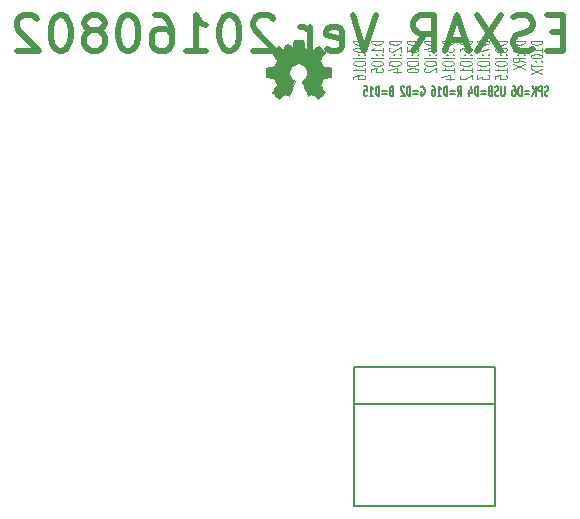
<source format=gbr>
G04 #@! TF.FileFunction,Legend,Bot*
%FSLAX46Y46*%
G04 Gerber Fmt 4.6, Leading zero omitted, Abs format (unit mm)*
G04 Created by KiCad (PCBNEW 4.0.2+dfsg1-stable) date 2016年08月02日 19時37分39秒*
%MOMM*%
G01*
G04 APERTURE LIST*
%ADD10C,0.100000*%
%ADD11C,0.500000*%
%ADD12C,0.132500*%
%ADD13C,0.150000*%
%ADD14C,0.002540*%
G04 APERTURE END LIST*
D10*
X168212381Y-113172857D02*
X167212381Y-113172857D01*
X167212381Y-113315714D01*
X167260000Y-113401429D01*
X167355238Y-113458571D01*
X167450476Y-113487143D01*
X167640952Y-113515714D01*
X167783810Y-113515714D01*
X167974286Y-113487143D01*
X168069524Y-113458571D01*
X168164762Y-113401429D01*
X168212381Y-113315714D01*
X168212381Y-113172857D01*
X167212381Y-113887143D02*
X167212381Y-113944286D01*
X167260000Y-114001429D01*
X167307619Y-114030000D01*
X167402857Y-114058571D01*
X167593333Y-114087143D01*
X167831429Y-114087143D01*
X168021905Y-114058571D01*
X168117143Y-114030000D01*
X168164762Y-114001429D01*
X168212381Y-113944286D01*
X168212381Y-113887143D01*
X168164762Y-113830000D01*
X168117143Y-113801429D01*
X168021905Y-113772857D01*
X167831429Y-113744286D01*
X167593333Y-113744286D01*
X167402857Y-113772857D01*
X167307619Y-113801429D01*
X167260000Y-113830000D01*
X167212381Y-113887143D01*
X168117143Y-114344286D02*
X168164762Y-114372858D01*
X168212381Y-114344286D01*
X168164762Y-114315715D01*
X168117143Y-114344286D01*
X168212381Y-114344286D01*
X167593333Y-114344286D02*
X167640952Y-114372858D01*
X167688571Y-114344286D01*
X167640952Y-114315715D01*
X167593333Y-114344286D01*
X167688571Y-114344286D01*
X168212381Y-114630000D02*
X167212381Y-114630000D01*
X167212381Y-115030000D02*
X167212381Y-115144286D01*
X167260000Y-115201428D01*
X167355238Y-115258571D01*
X167545714Y-115287143D01*
X167879048Y-115287143D01*
X168069524Y-115258571D01*
X168164762Y-115201428D01*
X168212381Y-115144286D01*
X168212381Y-115030000D01*
X168164762Y-114972857D01*
X168069524Y-114915714D01*
X167879048Y-114887143D01*
X167545714Y-114887143D01*
X167355238Y-114915714D01*
X167260000Y-114972857D01*
X167212381Y-115030000D01*
X168212381Y-115858571D02*
X168212381Y-115515714D01*
X168212381Y-115687142D02*
X167212381Y-115687142D01*
X167355238Y-115629999D01*
X167450476Y-115572857D01*
X167498095Y-115515714D01*
X167212381Y-116372857D02*
X167212381Y-116258571D01*
X167260000Y-116201428D01*
X167307619Y-116172857D01*
X167450476Y-116115714D01*
X167640952Y-116087143D01*
X168021905Y-116087143D01*
X168117143Y-116115714D01*
X168164762Y-116144286D01*
X168212381Y-116201428D01*
X168212381Y-116315714D01*
X168164762Y-116372857D01*
X168117143Y-116401428D01*
X168021905Y-116430000D01*
X167783810Y-116430000D01*
X167688571Y-116401428D01*
X167640952Y-116372857D01*
X167593333Y-116315714D01*
X167593333Y-116201428D01*
X167640952Y-116144286D01*
X167688571Y-116115714D01*
X167783810Y-116087143D01*
X169712381Y-113172857D02*
X168712381Y-113172857D01*
X168712381Y-113315714D01*
X168760000Y-113401429D01*
X168855238Y-113458571D01*
X168950476Y-113487143D01*
X169140952Y-113515714D01*
X169283810Y-113515714D01*
X169474286Y-113487143D01*
X169569524Y-113458571D01*
X169664762Y-113401429D01*
X169712381Y-113315714D01*
X169712381Y-113172857D01*
X169712381Y-114087143D02*
X169712381Y-113744286D01*
X169712381Y-113915714D02*
X168712381Y-113915714D01*
X168855238Y-113858571D01*
X168950476Y-113801429D01*
X168998095Y-113744286D01*
X169617143Y-114344286D02*
X169664762Y-114372858D01*
X169712381Y-114344286D01*
X169664762Y-114315715D01*
X169617143Y-114344286D01*
X169712381Y-114344286D01*
X169093333Y-114344286D02*
X169140952Y-114372858D01*
X169188571Y-114344286D01*
X169140952Y-114315715D01*
X169093333Y-114344286D01*
X169188571Y-114344286D01*
X169712381Y-114630000D02*
X168712381Y-114630000D01*
X168712381Y-115030000D02*
X168712381Y-115144286D01*
X168760000Y-115201428D01*
X168855238Y-115258571D01*
X169045714Y-115287143D01*
X169379048Y-115287143D01*
X169569524Y-115258571D01*
X169664762Y-115201428D01*
X169712381Y-115144286D01*
X169712381Y-115030000D01*
X169664762Y-114972857D01*
X169569524Y-114915714D01*
X169379048Y-114887143D01*
X169045714Y-114887143D01*
X168855238Y-114915714D01*
X168760000Y-114972857D01*
X168712381Y-115030000D01*
X168712381Y-115829999D02*
X168712381Y-115544285D01*
X169188571Y-115515714D01*
X169140952Y-115544285D01*
X169093333Y-115601428D01*
X169093333Y-115744285D01*
X169140952Y-115801428D01*
X169188571Y-115829999D01*
X169283810Y-115858571D01*
X169521905Y-115858571D01*
X169617143Y-115829999D01*
X169664762Y-115801428D01*
X169712381Y-115744285D01*
X169712381Y-115601428D01*
X169664762Y-115544285D01*
X169617143Y-115515714D01*
X171212381Y-113172857D02*
X170212381Y-113172857D01*
X170212381Y-113315714D01*
X170260000Y-113401429D01*
X170355238Y-113458571D01*
X170450476Y-113487143D01*
X170640952Y-113515714D01*
X170783810Y-113515714D01*
X170974286Y-113487143D01*
X171069524Y-113458571D01*
X171164762Y-113401429D01*
X171212381Y-113315714D01*
X171212381Y-113172857D01*
X170307619Y-113744286D02*
X170260000Y-113772857D01*
X170212381Y-113830000D01*
X170212381Y-113972857D01*
X170260000Y-114030000D01*
X170307619Y-114058571D01*
X170402857Y-114087143D01*
X170498095Y-114087143D01*
X170640952Y-114058571D01*
X171212381Y-113715714D01*
X171212381Y-114087143D01*
X171117143Y-114344286D02*
X171164762Y-114372858D01*
X171212381Y-114344286D01*
X171164762Y-114315715D01*
X171117143Y-114344286D01*
X171212381Y-114344286D01*
X170593333Y-114344286D02*
X170640952Y-114372858D01*
X170688571Y-114344286D01*
X170640952Y-114315715D01*
X170593333Y-114344286D01*
X170688571Y-114344286D01*
X171212381Y-114630000D02*
X170212381Y-114630000D01*
X170212381Y-115030000D02*
X170212381Y-115144286D01*
X170260000Y-115201428D01*
X170355238Y-115258571D01*
X170545714Y-115287143D01*
X170879048Y-115287143D01*
X171069524Y-115258571D01*
X171164762Y-115201428D01*
X171212381Y-115144286D01*
X171212381Y-115030000D01*
X171164762Y-114972857D01*
X171069524Y-114915714D01*
X170879048Y-114887143D01*
X170545714Y-114887143D01*
X170355238Y-114915714D01*
X170260000Y-114972857D01*
X170212381Y-115030000D01*
X170545714Y-115801428D02*
X171212381Y-115801428D01*
X170164762Y-115658571D02*
X170879048Y-115515714D01*
X170879048Y-115887142D01*
X172712381Y-113172857D02*
X171712381Y-113172857D01*
X171712381Y-113315714D01*
X171760000Y-113401429D01*
X171855238Y-113458571D01*
X171950476Y-113487143D01*
X172140952Y-113515714D01*
X172283810Y-113515714D01*
X172474286Y-113487143D01*
X172569524Y-113458571D01*
X172664762Y-113401429D01*
X172712381Y-113315714D01*
X172712381Y-113172857D01*
X171712381Y-113715714D02*
X171712381Y-114087143D01*
X172093333Y-113887143D01*
X172093333Y-113972857D01*
X172140952Y-114030000D01*
X172188571Y-114058571D01*
X172283810Y-114087143D01*
X172521905Y-114087143D01*
X172617143Y-114058571D01*
X172664762Y-114030000D01*
X172712381Y-113972857D01*
X172712381Y-113801429D01*
X172664762Y-113744286D01*
X172617143Y-113715714D01*
X172617143Y-114344286D02*
X172664762Y-114372858D01*
X172712381Y-114344286D01*
X172664762Y-114315715D01*
X172617143Y-114344286D01*
X172712381Y-114344286D01*
X172093333Y-114344286D02*
X172140952Y-114372858D01*
X172188571Y-114344286D01*
X172140952Y-114315715D01*
X172093333Y-114344286D01*
X172188571Y-114344286D01*
X172712381Y-114630000D02*
X171712381Y-114630000D01*
X171712381Y-115030000D02*
X171712381Y-115144286D01*
X171760000Y-115201428D01*
X171855238Y-115258571D01*
X172045714Y-115287143D01*
X172379048Y-115287143D01*
X172569524Y-115258571D01*
X172664762Y-115201428D01*
X172712381Y-115144286D01*
X172712381Y-115030000D01*
X172664762Y-114972857D01*
X172569524Y-114915714D01*
X172379048Y-114887143D01*
X172045714Y-114887143D01*
X171855238Y-114915714D01*
X171760000Y-114972857D01*
X171712381Y-115030000D01*
X171712381Y-115658571D02*
X171712381Y-115715714D01*
X171760000Y-115772857D01*
X171807619Y-115801428D01*
X171902857Y-115829999D01*
X172093333Y-115858571D01*
X172331429Y-115858571D01*
X172521905Y-115829999D01*
X172617143Y-115801428D01*
X172664762Y-115772857D01*
X172712381Y-115715714D01*
X172712381Y-115658571D01*
X172664762Y-115601428D01*
X172617143Y-115572857D01*
X172521905Y-115544285D01*
X172331429Y-115515714D01*
X172093333Y-115515714D01*
X171902857Y-115544285D01*
X171807619Y-115572857D01*
X171760000Y-115601428D01*
X171712381Y-115658571D01*
X174212381Y-113172857D02*
X173212381Y-113172857D01*
X173212381Y-113315714D01*
X173260000Y-113401429D01*
X173355238Y-113458571D01*
X173450476Y-113487143D01*
X173640952Y-113515714D01*
X173783810Y-113515714D01*
X173974286Y-113487143D01*
X174069524Y-113458571D01*
X174164762Y-113401429D01*
X174212381Y-113315714D01*
X174212381Y-113172857D01*
X173545714Y-114030000D02*
X174212381Y-114030000D01*
X173164762Y-113887143D02*
X173879048Y-113744286D01*
X173879048Y-114115714D01*
X174117143Y-114344286D02*
X174164762Y-114372858D01*
X174212381Y-114344286D01*
X174164762Y-114315715D01*
X174117143Y-114344286D01*
X174212381Y-114344286D01*
X173593333Y-114344286D02*
X173640952Y-114372858D01*
X173688571Y-114344286D01*
X173640952Y-114315715D01*
X173593333Y-114344286D01*
X173688571Y-114344286D01*
X174212381Y-114630000D02*
X173212381Y-114630000D01*
X173212381Y-115030000D02*
X173212381Y-115144286D01*
X173260000Y-115201428D01*
X173355238Y-115258571D01*
X173545714Y-115287143D01*
X173879048Y-115287143D01*
X174069524Y-115258571D01*
X174164762Y-115201428D01*
X174212381Y-115144286D01*
X174212381Y-115030000D01*
X174164762Y-114972857D01*
X174069524Y-114915714D01*
X173879048Y-114887143D01*
X173545714Y-114887143D01*
X173355238Y-114915714D01*
X173260000Y-114972857D01*
X173212381Y-115030000D01*
X173307619Y-115515714D02*
X173260000Y-115544285D01*
X173212381Y-115601428D01*
X173212381Y-115744285D01*
X173260000Y-115801428D01*
X173307619Y-115829999D01*
X173402857Y-115858571D01*
X173498095Y-115858571D01*
X173640952Y-115829999D01*
X174212381Y-115487142D01*
X174212381Y-115858571D01*
X175712381Y-113172857D02*
X174712381Y-113172857D01*
X174712381Y-113315714D01*
X174760000Y-113401429D01*
X174855238Y-113458571D01*
X174950476Y-113487143D01*
X175140952Y-113515714D01*
X175283810Y-113515714D01*
X175474286Y-113487143D01*
X175569524Y-113458571D01*
X175664762Y-113401429D01*
X175712381Y-113315714D01*
X175712381Y-113172857D01*
X174712381Y-114058571D02*
X174712381Y-113772857D01*
X175188571Y-113744286D01*
X175140952Y-113772857D01*
X175093333Y-113830000D01*
X175093333Y-113972857D01*
X175140952Y-114030000D01*
X175188571Y-114058571D01*
X175283810Y-114087143D01*
X175521905Y-114087143D01*
X175617143Y-114058571D01*
X175664762Y-114030000D01*
X175712381Y-113972857D01*
X175712381Y-113830000D01*
X175664762Y-113772857D01*
X175617143Y-113744286D01*
X175617143Y-114344286D02*
X175664762Y-114372858D01*
X175712381Y-114344286D01*
X175664762Y-114315715D01*
X175617143Y-114344286D01*
X175712381Y-114344286D01*
X175093333Y-114344286D02*
X175140952Y-114372858D01*
X175188571Y-114344286D01*
X175140952Y-114315715D01*
X175093333Y-114344286D01*
X175188571Y-114344286D01*
X175712381Y-114630000D02*
X174712381Y-114630000D01*
X174712381Y-115030000D02*
X174712381Y-115144286D01*
X174760000Y-115201428D01*
X174855238Y-115258571D01*
X175045714Y-115287143D01*
X175379048Y-115287143D01*
X175569524Y-115258571D01*
X175664762Y-115201428D01*
X175712381Y-115144286D01*
X175712381Y-115030000D01*
X175664762Y-114972857D01*
X175569524Y-114915714D01*
X175379048Y-114887143D01*
X175045714Y-114887143D01*
X174855238Y-114915714D01*
X174760000Y-114972857D01*
X174712381Y-115030000D01*
X175712381Y-115858571D02*
X175712381Y-115515714D01*
X175712381Y-115687142D02*
X174712381Y-115687142D01*
X174855238Y-115629999D01*
X174950476Y-115572857D01*
X174998095Y-115515714D01*
X175045714Y-116372857D02*
X175712381Y-116372857D01*
X174664762Y-116230000D02*
X175379048Y-116087143D01*
X175379048Y-116458571D01*
X177212381Y-113172857D02*
X176212381Y-113172857D01*
X176212381Y-113315714D01*
X176260000Y-113401429D01*
X176355238Y-113458571D01*
X176450476Y-113487143D01*
X176640952Y-113515714D01*
X176783810Y-113515714D01*
X176974286Y-113487143D01*
X177069524Y-113458571D01*
X177164762Y-113401429D01*
X177212381Y-113315714D01*
X177212381Y-113172857D01*
X176212381Y-114030000D02*
X176212381Y-113915714D01*
X176260000Y-113858571D01*
X176307619Y-113830000D01*
X176450476Y-113772857D01*
X176640952Y-113744286D01*
X177021905Y-113744286D01*
X177117143Y-113772857D01*
X177164762Y-113801429D01*
X177212381Y-113858571D01*
X177212381Y-113972857D01*
X177164762Y-114030000D01*
X177117143Y-114058571D01*
X177021905Y-114087143D01*
X176783810Y-114087143D01*
X176688571Y-114058571D01*
X176640952Y-114030000D01*
X176593333Y-113972857D01*
X176593333Y-113858571D01*
X176640952Y-113801429D01*
X176688571Y-113772857D01*
X176783810Y-113744286D01*
X177117143Y-114344286D02*
X177164762Y-114372858D01*
X177212381Y-114344286D01*
X177164762Y-114315715D01*
X177117143Y-114344286D01*
X177212381Y-114344286D01*
X176593333Y-114344286D02*
X176640952Y-114372858D01*
X176688571Y-114344286D01*
X176640952Y-114315715D01*
X176593333Y-114344286D01*
X176688571Y-114344286D01*
X177212381Y-114630000D02*
X176212381Y-114630000D01*
X176212381Y-115030000D02*
X176212381Y-115144286D01*
X176260000Y-115201428D01*
X176355238Y-115258571D01*
X176545714Y-115287143D01*
X176879048Y-115287143D01*
X177069524Y-115258571D01*
X177164762Y-115201428D01*
X177212381Y-115144286D01*
X177212381Y-115030000D01*
X177164762Y-114972857D01*
X177069524Y-114915714D01*
X176879048Y-114887143D01*
X176545714Y-114887143D01*
X176355238Y-114915714D01*
X176260000Y-114972857D01*
X176212381Y-115030000D01*
X177212381Y-115858571D02*
X177212381Y-115515714D01*
X177212381Y-115687142D02*
X176212381Y-115687142D01*
X176355238Y-115629999D01*
X176450476Y-115572857D01*
X176498095Y-115515714D01*
X176307619Y-116087143D02*
X176260000Y-116115714D01*
X176212381Y-116172857D01*
X176212381Y-116315714D01*
X176260000Y-116372857D01*
X176307619Y-116401428D01*
X176402857Y-116430000D01*
X176498095Y-116430000D01*
X176640952Y-116401428D01*
X177212381Y-116058571D01*
X177212381Y-116430000D01*
X178712381Y-113172857D02*
X177712381Y-113172857D01*
X177712381Y-113315714D01*
X177760000Y-113401429D01*
X177855238Y-113458571D01*
X177950476Y-113487143D01*
X178140952Y-113515714D01*
X178283810Y-113515714D01*
X178474286Y-113487143D01*
X178569524Y-113458571D01*
X178664762Y-113401429D01*
X178712381Y-113315714D01*
X178712381Y-113172857D01*
X177712381Y-113715714D02*
X177712381Y-114115714D01*
X178712381Y-113858571D01*
X178617143Y-114344286D02*
X178664762Y-114372858D01*
X178712381Y-114344286D01*
X178664762Y-114315715D01*
X178617143Y-114344286D01*
X178712381Y-114344286D01*
X178093333Y-114344286D02*
X178140952Y-114372858D01*
X178188571Y-114344286D01*
X178140952Y-114315715D01*
X178093333Y-114344286D01*
X178188571Y-114344286D01*
X178712381Y-114630000D02*
X177712381Y-114630000D01*
X177712381Y-115030000D02*
X177712381Y-115144286D01*
X177760000Y-115201428D01*
X177855238Y-115258571D01*
X178045714Y-115287143D01*
X178379048Y-115287143D01*
X178569524Y-115258571D01*
X178664762Y-115201428D01*
X178712381Y-115144286D01*
X178712381Y-115030000D01*
X178664762Y-114972857D01*
X178569524Y-114915714D01*
X178379048Y-114887143D01*
X178045714Y-114887143D01*
X177855238Y-114915714D01*
X177760000Y-114972857D01*
X177712381Y-115030000D01*
X178712381Y-115858571D02*
X178712381Y-115515714D01*
X178712381Y-115687142D02*
X177712381Y-115687142D01*
X177855238Y-115629999D01*
X177950476Y-115572857D01*
X177998095Y-115515714D01*
X177712381Y-116058571D02*
X177712381Y-116430000D01*
X178093333Y-116230000D01*
X178093333Y-116315714D01*
X178140952Y-116372857D01*
X178188571Y-116401428D01*
X178283810Y-116430000D01*
X178521905Y-116430000D01*
X178617143Y-116401428D01*
X178664762Y-116372857D01*
X178712381Y-116315714D01*
X178712381Y-116144286D01*
X178664762Y-116087143D01*
X178617143Y-116058571D01*
X180212381Y-113172857D02*
X179212381Y-113172857D01*
X179212381Y-113315714D01*
X179260000Y-113401429D01*
X179355238Y-113458571D01*
X179450476Y-113487143D01*
X179640952Y-113515714D01*
X179783810Y-113515714D01*
X179974286Y-113487143D01*
X180069524Y-113458571D01*
X180164762Y-113401429D01*
X180212381Y-113315714D01*
X180212381Y-113172857D01*
X179640952Y-113858571D02*
X179593333Y-113801429D01*
X179545714Y-113772857D01*
X179450476Y-113744286D01*
X179402857Y-113744286D01*
X179307619Y-113772857D01*
X179260000Y-113801429D01*
X179212381Y-113858571D01*
X179212381Y-113972857D01*
X179260000Y-114030000D01*
X179307619Y-114058571D01*
X179402857Y-114087143D01*
X179450476Y-114087143D01*
X179545714Y-114058571D01*
X179593333Y-114030000D01*
X179640952Y-113972857D01*
X179640952Y-113858571D01*
X179688571Y-113801429D01*
X179736190Y-113772857D01*
X179831429Y-113744286D01*
X180021905Y-113744286D01*
X180117143Y-113772857D01*
X180164762Y-113801429D01*
X180212381Y-113858571D01*
X180212381Y-113972857D01*
X180164762Y-114030000D01*
X180117143Y-114058571D01*
X180021905Y-114087143D01*
X179831429Y-114087143D01*
X179736190Y-114058571D01*
X179688571Y-114030000D01*
X179640952Y-113972857D01*
X180117143Y-114344286D02*
X180164762Y-114372858D01*
X180212381Y-114344286D01*
X180164762Y-114315715D01*
X180117143Y-114344286D01*
X180212381Y-114344286D01*
X179593333Y-114344286D02*
X179640952Y-114372858D01*
X179688571Y-114344286D01*
X179640952Y-114315715D01*
X179593333Y-114344286D01*
X179688571Y-114344286D01*
X180212381Y-114630000D02*
X179212381Y-114630000D01*
X179212381Y-115030000D02*
X179212381Y-115144286D01*
X179260000Y-115201428D01*
X179355238Y-115258571D01*
X179545714Y-115287143D01*
X179879048Y-115287143D01*
X180069524Y-115258571D01*
X180164762Y-115201428D01*
X180212381Y-115144286D01*
X180212381Y-115030000D01*
X180164762Y-114972857D01*
X180069524Y-114915714D01*
X179879048Y-114887143D01*
X179545714Y-114887143D01*
X179355238Y-114915714D01*
X179260000Y-114972857D01*
X179212381Y-115030000D01*
X180212381Y-115858571D02*
X180212381Y-115515714D01*
X180212381Y-115687142D02*
X179212381Y-115687142D01*
X179355238Y-115629999D01*
X179450476Y-115572857D01*
X179498095Y-115515714D01*
X179212381Y-116401428D02*
X179212381Y-116115714D01*
X179688571Y-116087143D01*
X179640952Y-116115714D01*
X179593333Y-116172857D01*
X179593333Y-116315714D01*
X179640952Y-116372857D01*
X179688571Y-116401428D01*
X179783810Y-116430000D01*
X180021905Y-116430000D01*
X180117143Y-116401428D01*
X180164762Y-116372857D01*
X180212381Y-116315714D01*
X180212381Y-116172857D01*
X180164762Y-116115714D01*
X180117143Y-116087143D01*
X181712381Y-113172857D02*
X180712381Y-113172857D01*
X180712381Y-113315714D01*
X180760000Y-113401429D01*
X180855238Y-113458571D01*
X180950476Y-113487143D01*
X181140952Y-113515714D01*
X181283810Y-113515714D01*
X181474286Y-113487143D01*
X181569524Y-113458571D01*
X181664762Y-113401429D01*
X181712381Y-113315714D01*
X181712381Y-113172857D01*
X181712381Y-113801429D02*
X181712381Y-113915714D01*
X181664762Y-113972857D01*
X181617143Y-114001429D01*
X181474286Y-114058571D01*
X181283810Y-114087143D01*
X180902857Y-114087143D01*
X180807619Y-114058571D01*
X180760000Y-114030000D01*
X180712381Y-113972857D01*
X180712381Y-113858571D01*
X180760000Y-113801429D01*
X180807619Y-113772857D01*
X180902857Y-113744286D01*
X181140952Y-113744286D01*
X181236190Y-113772857D01*
X181283810Y-113801429D01*
X181331429Y-113858571D01*
X181331429Y-113972857D01*
X181283810Y-114030000D01*
X181236190Y-114058571D01*
X181140952Y-114087143D01*
X181617143Y-114344286D02*
X181664762Y-114372858D01*
X181712381Y-114344286D01*
X181664762Y-114315715D01*
X181617143Y-114344286D01*
X181712381Y-114344286D01*
X181093333Y-114344286D02*
X181140952Y-114372858D01*
X181188571Y-114344286D01*
X181140952Y-114315715D01*
X181093333Y-114344286D01*
X181188571Y-114344286D01*
X181712381Y-114972857D02*
X181236190Y-114772857D01*
X181712381Y-114630000D02*
X180712381Y-114630000D01*
X180712381Y-114858572D01*
X180760000Y-114915714D01*
X180807619Y-114944286D01*
X180902857Y-114972857D01*
X181045714Y-114972857D01*
X181140952Y-114944286D01*
X181188571Y-114915714D01*
X181236190Y-114858572D01*
X181236190Y-114630000D01*
X180712381Y-115172857D02*
X181712381Y-115572857D01*
X180712381Y-115572857D02*
X181712381Y-115172857D01*
X183212381Y-113172857D02*
X182212381Y-113172857D01*
X182212381Y-113315714D01*
X182260000Y-113401429D01*
X182355238Y-113458571D01*
X182450476Y-113487143D01*
X182640952Y-113515714D01*
X182783810Y-113515714D01*
X182974286Y-113487143D01*
X183069524Y-113458571D01*
X183164762Y-113401429D01*
X183212381Y-113315714D01*
X183212381Y-113172857D01*
X183212381Y-114087143D02*
X183212381Y-113744286D01*
X183212381Y-113915714D02*
X182212381Y-113915714D01*
X182355238Y-113858571D01*
X182450476Y-113801429D01*
X182498095Y-113744286D01*
X182212381Y-114458572D02*
X182212381Y-114515715D01*
X182260000Y-114572858D01*
X182307619Y-114601429D01*
X182402857Y-114630000D01*
X182593333Y-114658572D01*
X182831429Y-114658572D01*
X183021905Y-114630000D01*
X183117143Y-114601429D01*
X183164762Y-114572858D01*
X183212381Y-114515715D01*
X183212381Y-114458572D01*
X183164762Y-114401429D01*
X183117143Y-114372858D01*
X183021905Y-114344286D01*
X182831429Y-114315715D01*
X182593333Y-114315715D01*
X182402857Y-114344286D01*
X182307619Y-114372858D01*
X182260000Y-114401429D01*
X182212381Y-114458572D01*
X183117143Y-114915715D02*
X183164762Y-114944287D01*
X183212381Y-114915715D01*
X183164762Y-114887144D01*
X183117143Y-114915715D01*
X183212381Y-114915715D01*
X182593333Y-114915715D02*
X182640952Y-114944287D01*
X182688571Y-114915715D01*
X182640952Y-114887144D01*
X182593333Y-114915715D01*
X182688571Y-114915715D01*
X182212381Y-115115715D02*
X182212381Y-115458572D01*
X183212381Y-115287143D02*
X182212381Y-115287143D01*
X182212381Y-115601429D02*
X183212381Y-116001429D01*
X182212381Y-116001429D02*
X183212381Y-115601429D01*
D11*
X184996429Y-112434714D02*
X183996429Y-112434714D01*
X183567858Y-114006143D02*
X184996429Y-114006143D01*
X184996429Y-111006143D01*
X183567858Y-111006143D01*
X182425000Y-113863286D02*
X181996429Y-114006143D01*
X181282143Y-114006143D01*
X180996429Y-113863286D01*
X180853572Y-113720429D01*
X180710715Y-113434714D01*
X180710715Y-113149000D01*
X180853572Y-112863286D01*
X180996429Y-112720429D01*
X181282143Y-112577571D01*
X181853572Y-112434714D01*
X182139286Y-112291857D01*
X182282143Y-112149000D01*
X182425000Y-111863286D01*
X182425000Y-111577571D01*
X182282143Y-111291857D01*
X182139286Y-111149000D01*
X181853572Y-111006143D01*
X181139286Y-111006143D01*
X180710715Y-111149000D01*
X179710715Y-111006143D02*
X177710715Y-114006143D01*
X177710715Y-111006143D02*
X179710715Y-114006143D01*
X176710714Y-113149000D02*
X175282143Y-113149000D01*
X176996429Y-114006143D02*
X175996429Y-111006143D01*
X174996429Y-114006143D01*
X172282143Y-114006143D02*
X173282143Y-112577571D01*
X173996428Y-114006143D02*
X173996428Y-111006143D01*
X172853571Y-111006143D01*
X172567857Y-111149000D01*
X172425000Y-111291857D01*
X172282143Y-111577571D01*
X172282143Y-112006143D01*
X172425000Y-112291857D01*
X172567857Y-112434714D01*
X172853571Y-112577571D01*
X173996428Y-112577571D01*
X169139286Y-111006143D02*
X168139286Y-114006143D01*
X167139286Y-111006143D01*
X164996428Y-113863286D02*
X165282142Y-114006143D01*
X165853571Y-114006143D01*
X166139285Y-113863286D01*
X166282142Y-113577571D01*
X166282142Y-112434714D01*
X166139285Y-112149000D01*
X165853571Y-112006143D01*
X165282142Y-112006143D01*
X164996428Y-112149000D01*
X164853571Y-112434714D01*
X164853571Y-112720429D01*
X166282142Y-113006143D01*
X163567856Y-114006143D02*
X163567856Y-112006143D01*
X163567856Y-112577571D02*
X163424999Y-112291857D01*
X163282142Y-112149000D01*
X162996428Y-112006143D01*
X162710713Y-112006143D01*
X161710713Y-113720429D02*
X161567856Y-113863286D01*
X161710713Y-114006143D01*
X161853570Y-113863286D01*
X161710713Y-113720429D01*
X161710713Y-114006143D01*
X160424999Y-111291857D02*
X160282142Y-111149000D01*
X159996428Y-111006143D01*
X159282142Y-111006143D01*
X158996428Y-111149000D01*
X158853571Y-111291857D01*
X158710714Y-111577571D01*
X158710714Y-111863286D01*
X158853571Y-112291857D01*
X160567857Y-114006143D01*
X158710714Y-114006143D01*
X156853571Y-111006143D02*
X156567856Y-111006143D01*
X156282142Y-111149000D01*
X156139285Y-111291857D01*
X155996428Y-111577571D01*
X155853571Y-112149000D01*
X155853571Y-112863286D01*
X155996428Y-113434714D01*
X156139285Y-113720429D01*
X156282142Y-113863286D01*
X156567856Y-114006143D01*
X156853571Y-114006143D01*
X157139285Y-113863286D01*
X157282142Y-113720429D01*
X157424999Y-113434714D01*
X157567856Y-112863286D01*
X157567856Y-112149000D01*
X157424999Y-111577571D01*
X157282142Y-111291857D01*
X157139285Y-111149000D01*
X156853571Y-111006143D01*
X152996428Y-114006143D02*
X154710713Y-114006143D01*
X153853571Y-114006143D02*
X153853571Y-111006143D01*
X154139285Y-111434714D01*
X154424999Y-111720429D01*
X154710713Y-111863286D01*
X150424999Y-111006143D02*
X150996428Y-111006143D01*
X151282142Y-111149000D01*
X151424999Y-111291857D01*
X151710713Y-111720429D01*
X151853570Y-112291857D01*
X151853570Y-113434714D01*
X151710713Y-113720429D01*
X151567856Y-113863286D01*
X151282142Y-114006143D01*
X150710713Y-114006143D01*
X150424999Y-113863286D01*
X150282142Y-113720429D01*
X150139285Y-113434714D01*
X150139285Y-112720429D01*
X150282142Y-112434714D01*
X150424999Y-112291857D01*
X150710713Y-112149000D01*
X151282142Y-112149000D01*
X151567856Y-112291857D01*
X151710713Y-112434714D01*
X151853570Y-112720429D01*
X148282142Y-111006143D02*
X147996427Y-111006143D01*
X147710713Y-111149000D01*
X147567856Y-111291857D01*
X147424999Y-111577571D01*
X147282142Y-112149000D01*
X147282142Y-112863286D01*
X147424999Y-113434714D01*
X147567856Y-113720429D01*
X147710713Y-113863286D01*
X147996427Y-114006143D01*
X148282142Y-114006143D01*
X148567856Y-113863286D01*
X148710713Y-113720429D01*
X148853570Y-113434714D01*
X148996427Y-112863286D01*
X148996427Y-112149000D01*
X148853570Y-111577571D01*
X148710713Y-111291857D01*
X148567856Y-111149000D01*
X148282142Y-111006143D01*
X145567856Y-112291857D02*
X145853570Y-112149000D01*
X145996427Y-112006143D01*
X146139284Y-111720429D01*
X146139284Y-111577571D01*
X145996427Y-111291857D01*
X145853570Y-111149000D01*
X145567856Y-111006143D01*
X144996427Y-111006143D01*
X144710713Y-111149000D01*
X144567856Y-111291857D01*
X144424999Y-111577571D01*
X144424999Y-111720429D01*
X144567856Y-112006143D01*
X144710713Y-112149000D01*
X144996427Y-112291857D01*
X145567856Y-112291857D01*
X145853570Y-112434714D01*
X145996427Y-112577571D01*
X146139284Y-112863286D01*
X146139284Y-113434714D01*
X145996427Y-113720429D01*
X145853570Y-113863286D01*
X145567856Y-114006143D01*
X144996427Y-114006143D01*
X144710713Y-113863286D01*
X144567856Y-113720429D01*
X144424999Y-113434714D01*
X144424999Y-112863286D01*
X144567856Y-112577571D01*
X144710713Y-112434714D01*
X144996427Y-112291857D01*
X142567856Y-111006143D02*
X142282141Y-111006143D01*
X141996427Y-111149000D01*
X141853570Y-111291857D01*
X141710713Y-111577571D01*
X141567856Y-112149000D01*
X141567856Y-112863286D01*
X141710713Y-113434714D01*
X141853570Y-113720429D01*
X141996427Y-113863286D01*
X142282141Y-114006143D01*
X142567856Y-114006143D01*
X142853570Y-113863286D01*
X142996427Y-113720429D01*
X143139284Y-113434714D01*
X143282141Y-112863286D01*
X143282141Y-112149000D01*
X143139284Y-111577571D01*
X142996427Y-111291857D01*
X142853570Y-111149000D01*
X142567856Y-111006143D01*
X140424998Y-111291857D02*
X140282141Y-111149000D01*
X139996427Y-111006143D01*
X139282141Y-111006143D01*
X138996427Y-111149000D01*
X138853570Y-111291857D01*
X138710713Y-111577571D01*
X138710713Y-111863286D01*
X138853570Y-112291857D01*
X140567856Y-114006143D01*
X138710713Y-114006143D01*
D12*
X183706191Y-117798810D02*
X183630476Y-117836905D01*
X183504286Y-117836905D01*
X183453810Y-117798810D01*
X183428572Y-117760714D01*
X183403333Y-117684524D01*
X183403333Y-117608333D01*
X183428572Y-117532143D01*
X183453810Y-117494048D01*
X183504286Y-117455952D01*
X183605238Y-117417857D01*
X183655714Y-117379762D01*
X183680953Y-117341667D01*
X183706191Y-117265476D01*
X183706191Y-117189286D01*
X183680953Y-117113095D01*
X183655714Y-117075000D01*
X183605238Y-117036905D01*
X183479048Y-117036905D01*
X183403333Y-117075000D01*
X183176191Y-117836905D02*
X183176191Y-117036905D01*
X182974286Y-117036905D01*
X182923810Y-117075000D01*
X182898571Y-117113095D01*
X182873333Y-117189286D01*
X182873333Y-117303571D01*
X182898571Y-117379762D01*
X182923810Y-117417857D01*
X182974286Y-117455952D01*
X183176191Y-117455952D01*
X182646191Y-117836905D02*
X182646191Y-117036905D01*
X182343333Y-117836905D02*
X182570476Y-117379762D01*
X182343333Y-117036905D02*
X182646191Y-117494048D01*
X182116191Y-117417857D02*
X181712381Y-117417857D01*
X181712381Y-117646429D02*
X182116191Y-117646429D01*
X181460001Y-117836905D02*
X181460001Y-117036905D01*
X181333810Y-117036905D01*
X181258096Y-117075000D01*
X181207620Y-117151190D01*
X181182381Y-117227381D01*
X181157143Y-117379762D01*
X181157143Y-117494048D01*
X181182381Y-117646429D01*
X181207620Y-117722619D01*
X181258096Y-117798810D01*
X181333810Y-117836905D01*
X181460001Y-117836905D01*
X180702858Y-117036905D02*
X180803810Y-117036905D01*
X180854286Y-117075000D01*
X180879524Y-117113095D01*
X180930001Y-117227381D01*
X180955239Y-117379762D01*
X180955239Y-117684524D01*
X180930001Y-117760714D01*
X180904762Y-117798810D01*
X180854286Y-117836905D01*
X180753334Y-117836905D01*
X180702858Y-117798810D01*
X180677620Y-117760714D01*
X180652381Y-117684524D01*
X180652381Y-117494048D01*
X180677620Y-117417857D01*
X180702858Y-117379762D01*
X180753334Y-117341667D01*
X180854286Y-117341667D01*
X180904762Y-117379762D01*
X180930001Y-117417857D01*
X180955239Y-117494048D01*
X180021429Y-117036905D02*
X180021429Y-117684524D01*
X179996190Y-117760714D01*
X179970952Y-117798810D01*
X179920476Y-117836905D01*
X179819524Y-117836905D01*
X179769048Y-117798810D01*
X179743809Y-117760714D01*
X179718571Y-117684524D01*
X179718571Y-117036905D01*
X179491429Y-117798810D02*
X179415714Y-117836905D01*
X179289524Y-117836905D01*
X179239048Y-117798810D01*
X179213810Y-117760714D01*
X179188571Y-117684524D01*
X179188571Y-117608333D01*
X179213810Y-117532143D01*
X179239048Y-117494048D01*
X179289524Y-117455952D01*
X179390476Y-117417857D01*
X179440952Y-117379762D01*
X179466191Y-117341667D01*
X179491429Y-117265476D01*
X179491429Y-117189286D01*
X179466191Y-117113095D01*
X179440952Y-117075000D01*
X179390476Y-117036905D01*
X179264286Y-117036905D01*
X179188571Y-117075000D01*
X178784762Y-117417857D02*
X178709048Y-117455952D01*
X178683809Y-117494048D01*
X178658571Y-117570238D01*
X178658571Y-117684524D01*
X178683809Y-117760714D01*
X178709048Y-117798810D01*
X178759524Y-117836905D01*
X178961429Y-117836905D01*
X178961429Y-117036905D01*
X178784762Y-117036905D01*
X178734286Y-117075000D01*
X178709048Y-117113095D01*
X178683809Y-117189286D01*
X178683809Y-117265476D01*
X178709048Y-117341667D01*
X178734286Y-117379762D01*
X178784762Y-117417857D01*
X178961429Y-117417857D01*
X178431429Y-117417857D02*
X178027619Y-117417857D01*
X178027619Y-117646429D02*
X178431429Y-117646429D01*
X177775239Y-117836905D02*
X177775239Y-117036905D01*
X177649048Y-117036905D01*
X177573334Y-117075000D01*
X177522858Y-117151190D01*
X177497619Y-117227381D01*
X177472381Y-117379762D01*
X177472381Y-117494048D01*
X177497619Y-117646429D01*
X177522858Y-117722619D01*
X177573334Y-117798810D01*
X177649048Y-117836905D01*
X177775239Y-117836905D01*
X177018096Y-117303571D02*
X177018096Y-117836905D01*
X177144286Y-116998810D02*
X177270477Y-117570238D01*
X176942381Y-117570238D01*
X176033809Y-117836905D02*
X176210476Y-117455952D01*
X176336667Y-117836905D02*
X176336667Y-117036905D01*
X176134762Y-117036905D01*
X176084286Y-117075000D01*
X176059047Y-117113095D01*
X176033809Y-117189286D01*
X176033809Y-117303571D01*
X176059047Y-117379762D01*
X176084286Y-117417857D01*
X176134762Y-117455952D01*
X176336667Y-117455952D01*
X175806667Y-117417857D02*
X175402857Y-117417857D01*
X175402857Y-117646429D02*
X175806667Y-117646429D01*
X175150477Y-117836905D02*
X175150477Y-117036905D01*
X175024286Y-117036905D01*
X174948572Y-117075000D01*
X174898096Y-117151190D01*
X174872857Y-117227381D01*
X174847619Y-117379762D01*
X174847619Y-117494048D01*
X174872857Y-117646429D01*
X174898096Y-117722619D01*
X174948572Y-117798810D01*
X175024286Y-117836905D01*
X175150477Y-117836905D01*
X174342857Y-117836905D02*
X174645715Y-117836905D01*
X174494286Y-117836905D02*
X174494286Y-117036905D01*
X174544762Y-117151190D01*
X174595238Y-117227381D01*
X174645715Y-117265476D01*
X173888572Y-117036905D02*
X173989524Y-117036905D01*
X174040000Y-117075000D01*
X174065238Y-117113095D01*
X174115715Y-117227381D01*
X174140953Y-117379762D01*
X174140953Y-117684524D01*
X174115715Y-117760714D01*
X174090476Y-117798810D01*
X174040000Y-117836905D01*
X173939048Y-117836905D01*
X173888572Y-117798810D01*
X173863334Y-117760714D01*
X173838095Y-117684524D01*
X173838095Y-117494048D01*
X173863334Y-117417857D01*
X173888572Y-117379762D01*
X173939048Y-117341667D01*
X174040000Y-117341667D01*
X174090476Y-117379762D01*
X174115715Y-117417857D01*
X174140953Y-117494048D01*
X172929523Y-117075000D02*
X172980000Y-117036905D01*
X173055714Y-117036905D01*
X173131428Y-117075000D01*
X173181904Y-117151190D01*
X173207143Y-117227381D01*
X173232381Y-117379762D01*
X173232381Y-117494048D01*
X173207143Y-117646429D01*
X173181904Y-117722619D01*
X173131428Y-117798810D01*
X173055714Y-117836905D01*
X173005238Y-117836905D01*
X172929523Y-117798810D01*
X172904285Y-117760714D01*
X172904285Y-117494048D01*
X173005238Y-117494048D01*
X172677143Y-117417857D02*
X172273333Y-117417857D01*
X172273333Y-117646429D02*
X172677143Y-117646429D01*
X172020953Y-117836905D02*
X172020953Y-117036905D01*
X171894762Y-117036905D01*
X171819048Y-117075000D01*
X171768572Y-117151190D01*
X171743333Y-117227381D01*
X171718095Y-117379762D01*
X171718095Y-117494048D01*
X171743333Y-117646429D01*
X171768572Y-117722619D01*
X171819048Y-117798810D01*
X171894762Y-117836905D01*
X172020953Y-117836905D01*
X171516191Y-117113095D02*
X171490953Y-117075000D01*
X171440476Y-117036905D01*
X171314286Y-117036905D01*
X171263810Y-117075000D01*
X171238572Y-117113095D01*
X171213333Y-117189286D01*
X171213333Y-117265476D01*
X171238572Y-117379762D01*
X171541429Y-117836905D01*
X171213333Y-117836905D01*
X170405714Y-117417857D02*
X170330000Y-117455952D01*
X170304761Y-117494048D01*
X170279523Y-117570238D01*
X170279523Y-117684524D01*
X170304761Y-117760714D01*
X170330000Y-117798810D01*
X170380476Y-117836905D01*
X170582381Y-117836905D01*
X170582381Y-117036905D01*
X170405714Y-117036905D01*
X170355238Y-117075000D01*
X170330000Y-117113095D01*
X170304761Y-117189286D01*
X170304761Y-117265476D01*
X170330000Y-117341667D01*
X170355238Y-117379762D01*
X170405714Y-117417857D01*
X170582381Y-117417857D01*
X170052381Y-117417857D02*
X169648571Y-117417857D01*
X169648571Y-117646429D02*
X170052381Y-117646429D01*
X169396191Y-117836905D02*
X169396191Y-117036905D01*
X169270000Y-117036905D01*
X169194286Y-117075000D01*
X169143810Y-117151190D01*
X169118571Y-117227381D01*
X169093333Y-117379762D01*
X169093333Y-117494048D01*
X169118571Y-117646429D01*
X169143810Y-117722619D01*
X169194286Y-117798810D01*
X169270000Y-117836905D01*
X169396191Y-117836905D01*
X168588571Y-117836905D02*
X168891429Y-117836905D01*
X168740000Y-117836905D02*
X168740000Y-117036905D01*
X168790476Y-117151190D01*
X168840952Y-117227381D01*
X168891429Y-117265476D01*
X168109048Y-117036905D02*
X168361429Y-117036905D01*
X168386667Y-117417857D01*
X168361429Y-117379762D01*
X168310952Y-117341667D01*
X168184762Y-117341667D01*
X168134286Y-117379762D01*
X168109048Y-117417857D01*
X168083809Y-117494048D01*
X168083809Y-117684524D01*
X168109048Y-117760714D01*
X168134286Y-117798810D01*
X168184762Y-117836905D01*
X168310952Y-117836905D01*
X168361429Y-117798810D01*
X168386667Y-117760714D01*
D13*
X167228000Y-152542000D02*
X167228000Y-140792000D01*
X179228000Y-140792000D02*
X179228000Y-152542000D01*
X179228000Y-140792000D02*
X167228000Y-140792000D01*
X179228000Y-143892000D02*
X167228000Y-143892000D01*
X167228000Y-152542000D02*
X179228000Y-152542000D01*
D14*
G36*
X164246560Y-118069360D02*
X164216080Y-118054120D01*
X164152580Y-118013480D01*
X164058600Y-117952520D01*
X163949380Y-117878860D01*
X163837620Y-117802660D01*
X163748720Y-117741700D01*
X163685220Y-117701060D01*
X163657280Y-117688360D01*
X163644580Y-117693440D01*
X163591240Y-117718840D01*
X163515040Y-117756940D01*
X163471860Y-117779800D01*
X163400740Y-117810280D01*
X163367720Y-117815360D01*
X163360100Y-117807740D01*
X163334700Y-117754400D01*
X163296600Y-117662960D01*
X163243260Y-117541040D01*
X163182300Y-117401340D01*
X163118800Y-117248940D01*
X163052760Y-117094000D01*
X162991800Y-116944140D01*
X162938460Y-116812060D01*
X162895280Y-116702840D01*
X162864800Y-116629180D01*
X162854640Y-116596160D01*
X162857180Y-116588540D01*
X162892740Y-116555520D01*
X162953700Y-116509800D01*
X163085780Y-116403120D01*
X163215320Y-116240560D01*
X163294060Y-116055140D01*
X163322000Y-115851940D01*
X163299140Y-115661440D01*
X163222940Y-115478560D01*
X163095940Y-115316000D01*
X162943540Y-115194080D01*
X162763200Y-115115340D01*
X162560000Y-115092480D01*
X162366960Y-115112800D01*
X162181540Y-115186460D01*
X162016440Y-115310920D01*
X161947860Y-115392200D01*
X161851340Y-115557300D01*
X161798000Y-115735100D01*
X161790380Y-115780820D01*
X161800540Y-115976400D01*
X161856420Y-116161820D01*
X161960560Y-116329460D01*
X162102800Y-116466620D01*
X162120580Y-116481860D01*
X162189160Y-116530120D01*
X162232340Y-116565680D01*
X162267900Y-116593620D01*
X162018980Y-117193060D01*
X161978340Y-117287040D01*
X161909760Y-117452140D01*
X161851340Y-117591840D01*
X161803080Y-117703600D01*
X161770060Y-117779800D01*
X161754820Y-117810280D01*
X161752280Y-117810280D01*
X161731960Y-117815360D01*
X161686240Y-117797580D01*
X161602420Y-117756940D01*
X161546540Y-117729000D01*
X161483040Y-117698520D01*
X161455100Y-117688360D01*
X161429700Y-117701060D01*
X161368740Y-117739160D01*
X161279840Y-117800120D01*
X161173160Y-117873780D01*
X161071560Y-117942360D01*
X160977580Y-118003320D01*
X160909000Y-118046500D01*
X160875980Y-118064280D01*
X160870900Y-118064280D01*
X160840420Y-118049040D01*
X160787080Y-118003320D01*
X160705800Y-117927120D01*
X160588960Y-117812820D01*
X160571180Y-117795040D01*
X160477200Y-117698520D01*
X160401000Y-117617240D01*
X160347660Y-117561360D01*
X160329880Y-117533420D01*
X160329880Y-117533420D01*
X160347660Y-117500400D01*
X160390840Y-117434360D01*
X160451800Y-117337840D01*
X160528000Y-117226080D01*
X160726120Y-116939060D01*
X160616900Y-116667280D01*
X160583880Y-116583460D01*
X160540700Y-116481860D01*
X160510220Y-116410740D01*
X160494980Y-116377720D01*
X160464500Y-116367560D01*
X160390840Y-116349780D01*
X160281620Y-116326920D01*
X160152080Y-116304060D01*
X160030160Y-116281200D01*
X159920940Y-116260880D01*
X159839660Y-116245640D01*
X159804100Y-116238020D01*
X159793940Y-116232940D01*
X159788860Y-116215160D01*
X159783780Y-116177060D01*
X159781240Y-116111020D01*
X159778700Y-116004340D01*
X159778700Y-115851940D01*
X159778700Y-115834160D01*
X159781240Y-115686840D01*
X159783780Y-115572540D01*
X159786320Y-115496340D01*
X159791400Y-115465860D01*
X159791400Y-115465860D01*
X159826960Y-115458240D01*
X159905700Y-115440460D01*
X160014920Y-115420140D01*
X160147000Y-115394740D01*
X160157160Y-115392200D01*
X160286700Y-115366800D01*
X160398460Y-115343940D01*
X160474660Y-115326160D01*
X160507680Y-115316000D01*
X160515300Y-115305840D01*
X160540700Y-115255040D01*
X160578800Y-115173760D01*
X160621980Y-115074700D01*
X160665160Y-114970560D01*
X160703260Y-114879120D01*
X160728660Y-114808000D01*
X160736280Y-114777520D01*
X160733740Y-114777520D01*
X160715960Y-114744500D01*
X160670240Y-114675920D01*
X160606740Y-114581940D01*
X160528000Y-114470180D01*
X160522920Y-114462560D01*
X160446720Y-114350800D01*
X160385760Y-114256820D01*
X160345120Y-114188240D01*
X160329880Y-114157760D01*
X160329880Y-114157760D01*
X160355280Y-114124740D01*
X160411160Y-114061240D01*
X160492440Y-113974880D01*
X160591500Y-113878360D01*
X160621980Y-113847880D01*
X160728660Y-113741200D01*
X160804860Y-113672620D01*
X160850580Y-113634520D01*
X160873440Y-113626900D01*
X160875980Y-113626900D01*
X160909000Y-113647220D01*
X160977580Y-113692940D01*
X161074100Y-113758980D01*
X161185860Y-113835180D01*
X161193480Y-113840260D01*
X161305240Y-113916460D01*
X161399220Y-113979960D01*
X161465260Y-114023140D01*
X161493200Y-114040920D01*
X161498280Y-114040920D01*
X161544000Y-114025680D01*
X161622740Y-113997740D01*
X161719260Y-113962180D01*
X161823400Y-113919000D01*
X161914840Y-113880900D01*
X161985960Y-113847880D01*
X162018980Y-113830100D01*
X162018980Y-113827560D01*
X162031680Y-113789460D01*
X162052000Y-113705640D01*
X162074860Y-113591340D01*
X162100260Y-113454180D01*
X162105340Y-113431320D01*
X162130740Y-113299240D01*
X162151060Y-113190020D01*
X162166300Y-113113820D01*
X162173920Y-113083340D01*
X162194240Y-113078260D01*
X162257740Y-113073180D01*
X162356800Y-113070640D01*
X162476180Y-113070640D01*
X162600640Y-113070640D01*
X162725100Y-113073180D01*
X162829240Y-113078260D01*
X162905440Y-113083340D01*
X162935920Y-113088420D01*
X162935920Y-113090960D01*
X162948620Y-113131600D01*
X162966400Y-113215420D01*
X162989260Y-113329720D01*
X163017200Y-113466880D01*
X163022280Y-113492280D01*
X163045140Y-113624360D01*
X163068000Y-113731040D01*
X163083240Y-113807240D01*
X163093400Y-113835180D01*
X163103560Y-113842800D01*
X163159440Y-113865660D01*
X163248340Y-113903760D01*
X163357560Y-113946940D01*
X163611560Y-114051080D01*
X163923980Y-113835180D01*
X163954460Y-113817400D01*
X164066220Y-113741200D01*
X164157660Y-113677700D01*
X164221160Y-113637060D01*
X164249100Y-113621820D01*
X164251640Y-113624360D01*
X164282120Y-113649760D01*
X164343080Y-113708180D01*
X164429440Y-113792000D01*
X164525960Y-113888520D01*
X164599620Y-113962180D01*
X164685980Y-114048540D01*
X164739320Y-114106960D01*
X164769800Y-114145060D01*
X164779960Y-114167920D01*
X164777420Y-114183160D01*
X164757100Y-114216180D01*
X164711380Y-114284760D01*
X164647880Y-114378740D01*
X164571680Y-114490500D01*
X164508180Y-114581940D01*
X164442140Y-114686080D01*
X164396420Y-114762280D01*
X164381180Y-114797840D01*
X164386260Y-114813080D01*
X164406580Y-114874040D01*
X164444680Y-114968020D01*
X164490400Y-115077240D01*
X164599620Y-115323620D01*
X164762180Y-115356640D01*
X164861240Y-115374420D01*
X164998400Y-115399820D01*
X165127940Y-115425220D01*
X165333680Y-115465860D01*
X165341300Y-116217700D01*
X165310820Y-116232940D01*
X165280340Y-116240560D01*
X165204140Y-116258340D01*
X165094920Y-116278660D01*
X164967920Y-116304060D01*
X164858700Y-116324380D01*
X164746940Y-116344700D01*
X164668200Y-116359940D01*
X164632640Y-116367560D01*
X164625020Y-116377720D01*
X164597080Y-116431060D01*
X164558980Y-116517420D01*
X164515800Y-116619020D01*
X164470080Y-116723160D01*
X164431980Y-116822220D01*
X164404040Y-116895880D01*
X164393880Y-116933980D01*
X164409120Y-116961920D01*
X164452300Y-117027960D01*
X164513260Y-117119400D01*
X164586920Y-117228620D01*
X164660580Y-117337840D01*
X164724080Y-117431820D01*
X164767260Y-117497860D01*
X164787580Y-117528340D01*
X164777420Y-117551200D01*
X164734240Y-117602000D01*
X164650420Y-117688360D01*
X164528500Y-117810280D01*
X164508180Y-117828060D01*
X164411660Y-117922040D01*
X164327840Y-117998240D01*
X164271960Y-118049040D01*
X164246560Y-118069360D01*
X164246560Y-118069360D01*
G37*
X164246560Y-118069360D02*
X164216080Y-118054120D01*
X164152580Y-118013480D01*
X164058600Y-117952520D01*
X163949380Y-117878860D01*
X163837620Y-117802660D01*
X163748720Y-117741700D01*
X163685220Y-117701060D01*
X163657280Y-117688360D01*
X163644580Y-117693440D01*
X163591240Y-117718840D01*
X163515040Y-117756940D01*
X163471860Y-117779800D01*
X163400740Y-117810280D01*
X163367720Y-117815360D01*
X163360100Y-117807740D01*
X163334700Y-117754400D01*
X163296600Y-117662960D01*
X163243260Y-117541040D01*
X163182300Y-117401340D01*
X163118800Y-117248940D01*
X163052760Y-117094000D01*
X162991800Y-116944140D01*
X162938460Y-116812060D01*
X162895280Y-116702840D01*
X162864800Y-116629180D01*
X162854640Y-116596160D01*
X162857180Y-116588540D01*
X162892740Y-116555520D01*
X162953700Y-116509800D01*
X163085780Y-116403120D01*
X163215320Y-116240560D01*
X163294060Y-116055140D01*
X163322000Y-115851940D01*
X163299140Y-115661440D01*
X163222940Y-115478560D01*
X163095940Y-115316000D01*
X162943540Y-115194080D01*
X162763200Y-115115340D01*
X162560000Y-115092480D01*
X162366960Y-115112800D01*
X162181540Y-115186460D01*
X162016440Y-115310920D01*
X161947860Y-115392200D01*
X161851340Y-115557300D01*
X161798000Y-115735100D01*
X161790380Y-115780820D01*
X161800540Y-115976400D01*
X161856420Y-116161820D01*
X161960560Y-116329460D01*
X162102800Y-116466620D01*
X162120580Y-116481860D01*
X162189160Y-116530120D01*
X162232340Y-116565680D01*
X162267900Y-116593620D01*
X162018980Y-117193060D01*
X161978340Y-117287040D01*
X161909760Y-117452140D01*
X161851340Y-117591840D01*
X161803080Y-117703600D01*
X161770060Y-117779800D01*
X161754820Y-117810280D01*
X161752280Y-117810280D01*
X161731960Y-117815360D01*
X161686240Y-117797580D01*
X161602420Y-117756940D01*
X161546540Y-117729000D01*
X161483040Y-117698520D01*
X161455100Y-117688360D01*
X161429700Y-117701060D01*
X161368740Y-117739160D01*
X161279840Y-117800120D01*
X161173160Y-117873780D01*
X161071560Y-117942360D01*
X160977580Y-118003320D01*
X160909000Y-118046500D01*
X160875980Y-118064280D01*
X160870900Y-118064280D01*
X160840420Y-118049040D01*
X160787080Y-118003320D01*
X160705800Y-117927120D01*
X160588960Y-117812820D01*
X160571180Y-117795040D01*
X160477200Y-117698520D01*
X160401000Y-117617240D01*
X160347660Y-117561360D01*
X160329880Y-117533420D01*
X160329880Y-117533420D01*
X160347660Y-117500400D01*
X160390840Y-117434360D01*
X160451800Y-117337840D01*
X160528000Y-117226080D01*
X160726120Y-116939060D01*
X160616900Y-116667280D01*
X160583880Y-116583460D01*
X160540700Y-116481860D01*
X160510220Y-116410740D01*
X160494980Y-116377720D01*
X160464500Y-116367560D01*
X160390840Y-116349780D01*
X160281620Y-116326920D01*
X160152080Y-116304060D01*
X160030160Y-116281200D01*
X159920940Y-116260880D01*
X159839660Y-116245640D01*
X159804100Y-116238020D01*
X159793940Y-116232940D01*
X159788860Y-116215160D01*
X159783780Y-116177060D01*
X159781240Y-116111020D01*
X159778700Y-116004340D01*
X159778700Y-115851940D01*
X159778700Y-115834160D01*
X159781240Y-115686840D01*
X159783780Y-115572540D01*
X159786320Y-115496340D01*
X159791400Y-115465860D01*
X159791400Y-115465860D01*
X159826960Y-115458240D01*
X159905700Y-115440460D01*
X160014920Y-115420140D01*
X160147000Y-115394740D01*
X160157160Y-115392200D01*
X160286700Y-115366800D01*
X160398460Y-115343940D01*
X160474660Y-115326160D01*
X160507680Y-115316000D01*
X160515300Y-115305840D01*
X160540700Y-115255040D01*
X160578800Y-115173760D01*
X160621980Y-115074700D01*
X160665160Y-114970560D01*
X160703260Y-114879120D01*
X160728660Y-114808000D01*
X160736280Y-114777520D01*
X160733740Y-114777520D01*
X160715960Y-114744500D01*
X160670240Y-114675920D01*
X160606740Y-114581940D01*
X160528000Y-114470180D01*
X160522920Y-114462560D01*
X160446720Y-114350800D01*
X160385760Y-114256820D01*
X160345120Y-114188240D01*
X160329880Y-114157760D01*
X160329880Y-114157760D01*
X160355280Y-114124740D01*
X160411160Y-114061240D01*
X160492440Y-113974880D01*
X160591500Y-113878360D01*
X160621980Y-113847880D01*
X160728660Y-113741200D01*
X160804860Y-113672620D01*
X160850580Y-113634520D01*
X160873440Y-113626900D01*
X160875980Y-113626900D01*
X160909000Y-113647220D01*
X160977580Y-113692940D01*
X161074100Y-113758980D01*
X161185860Y-113835180D01*
X161193480Y-113840260D01*
X161305240Y-113916460D01*
X161399220Y-113979960D01*
X161465260Y-114023140D01*
X161493200Y-114040920D01*
X161498280Y-114040920D01*
X161544000Y-114025680D01*
X161622740Y-113997740D01*
X161719260Y-113962180D01*
X161823400Y-113919000D01*
X161914840Y-113880900D01*
X161985960Y-113847880D01*
X162018980Y-113830100D01*
X162018980Y-113827560D01*
X162031680Y-113789460D01*
X162052000Y-113705640D01*
X162074860Y-113591340D01*
X162100260Y-113454180D01*
X162105340Y-113431320D01*
X162130740Y-113299240D01*
X162151060Y-113190020D01*
X162166300Y-113113820D01*
X162173920Y-113083340D01*
X162194240Y-113078260D01*
X162257740Y-113073180D01*
X162356800Y-113070640D01*
X162476180Y-113070640D01*
X162600640Y-113070640D01*
X162725100Y-113073180D01*
X162829240Y-113078260D01*
X162905440Y-113083340D01*
X162935920Y-113088420D01*
X162935920Y-113090960D01*
X162948620Y-113131600D01*
X162966400Y-113215420D01*
X162989260Y-113329720D01*
X163017200Y-113466880D01*
X163022280Y-113492280D01*
X163045140Y-113624360D01*
X163068000Y-113731040D01*
X163083240Y-113807240D01*
X163093400Y-113835180D01*
X163103560Y-113842800D01*
X163159440Y-113865660D01*
X163248340Y-113903760D01*
X163357560Y-113946940D01*
X163611560Y-114051080D01*
X163923980Y-113835180D01*
X163954460Y-113817400D01*
X164066220Y-113741200D01*
X164157660Y-113677700D01*
X164221160Y-113637060D01*
X164249100Y-113621820D01*
X164251640Y-113624360D01*
X164282120Y-113649760D01*
X164343080Y-113708180D01*
X164429440Y-113792000D01*
X164525960Y-113888520D01*
X164599620Y-113962180D01*
X164685980Y-114048540D01*
X164739320Y-114106960D01*
X164769800Y-114145060D01*
X164779960Y-114167920D01*
X164777420Y-114183160D01*
X164757100Y-114216180D01*
X164711380Y-114284760D01*
X164647880Y-114378740D01*
X164571680Y-114490500D01*
X164508180Y-114581940D01*
X164442140Y-114686080D01*
X164396420Y-114762280D01*
X164381180Y-114797840D01*
X164386260Y-114813080D01*
X164406580Y-114874040D01*
X164444680Y-114968020D01*
X164490400Y-115077240D01*
X164599620Y-115323620D01*
X164762180Y-115356640D01*
X164861240Y-115374420D01*
X164998400Y-115399820D01*
X165127940Y-115425220D01*
X165333680Y-115465860D01*
X165341300Y-116217700D01*
X165310820Y-116232940D01*
X165280340Y-116240560D01*
X165204140Y-116258340D01*
X165094920Y-116278660D01*
X164967920Y-116304060D01*
X164858700Y-116324380D01*
X164746940Y-116344700D01*
X164668200Y-116359940D01*
X164632640Y-116367560D01*
X164625020Y-116377720D01*
X164597080Y-116431060D01*
X164558980Y-116517420D01*
X164515800Y-116619020D01*
X164470080Y-116723160D01*
X164431980Y-116822220D01*
X164404040Y-116895880D01*
X164393880Y-116933980D01*
X164409120Y-116961920D01*
X164452300Y-117027960D01*
X164513260Y-117119400D01*
X164586920Y-117228620D01*
X164660580Y-117337840D01*
X164724080Y-117431820D01*
X164767260Y-117497860D01*
X164787580Y-117528340D01*
X164777420Y-117551200D01*
X164734240Y-117602000D01*
X164650420Y-117688360D01*
X164528500Y-117810280D01*
X164508180Y-117828060D01*
X164411660Y-117922040D01*
X164327840Y-117998240D01*
X164271960Y-118049040D01*
X164246560Y-118069360D01*
M02*

</source>
